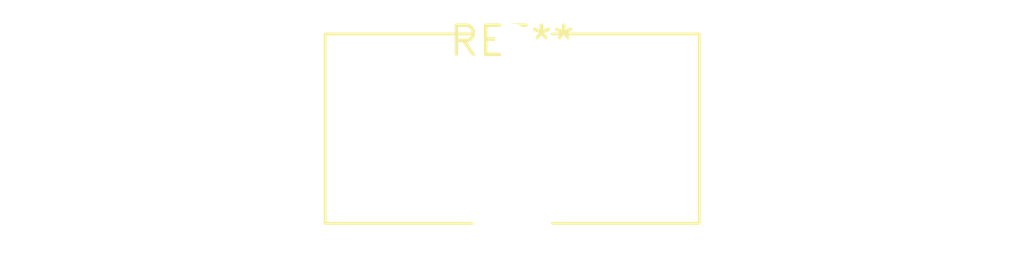
<source format=kicad_pcb>
(kicad_pcb (version 20240108) (generator pcbnew)
  (layers (0 "F.Cu" signal) (31 "B.Cu" signal) (34 "B.Paste" user) (35 "F.Paste" user) (36 "B.SilkS" user "B.Silkscreen") (37 "F.SilkS" user "F.Silkscreen") (38 "B.Mask" user) (39 "F.Mask" user) (44 "Edge.Cuts" user))
  (net 0 "")
  (footprint "L_Toroid_Vertical_L16.0mm_W8.0mm_P7.62mm" (layer "F.Cu") (at 0 0)
    (property "Reference" "REF**")
    (property "Value" "L_Toroid_Vertical_L16.0mm_W8.0mm_P7.62mm")
    (fp_line (start -8.12 -0.31) (end -8.12 7.93) (layer "F.SilkS") (stroke (width 0.12)))
    (fp_line (start -8.12 -0.31) (end -1.742 -0.31) (layer "F.SilkS") (stroke (width 0.12)))
    (fp_line (start -8.12 7.93) (end -1.742 7.93) (layer "F.SilkS") (stroke (width 0.12)))
    (fp_line (start 1.742 -0.31) (end 8.12 -0.31) (layer "F.SilkS") (stroke (width 0.12)))
    (fp_line (start 1.742 7.93) (end 8.12 7.93) (layer "F.SilkS") (stroke (width 0.12)))
    (fp_line (start 8.12 -0.31) (end 8.12 7.93) (layer "F.SilkS") (stroke (width 0.12)))
    (pad "1" thru_hole circle (at 0 0) (size 3 3) (drill 1.5) (layers *.Cu *.Mask) (remove_unused_layers))
    (pad "2" thru_hole circle (at 0 7.62) (size 3 3) (drill 1.5) (layers *.Cu *.Mask) (remove_unused_layers))
  )
)
</source>
